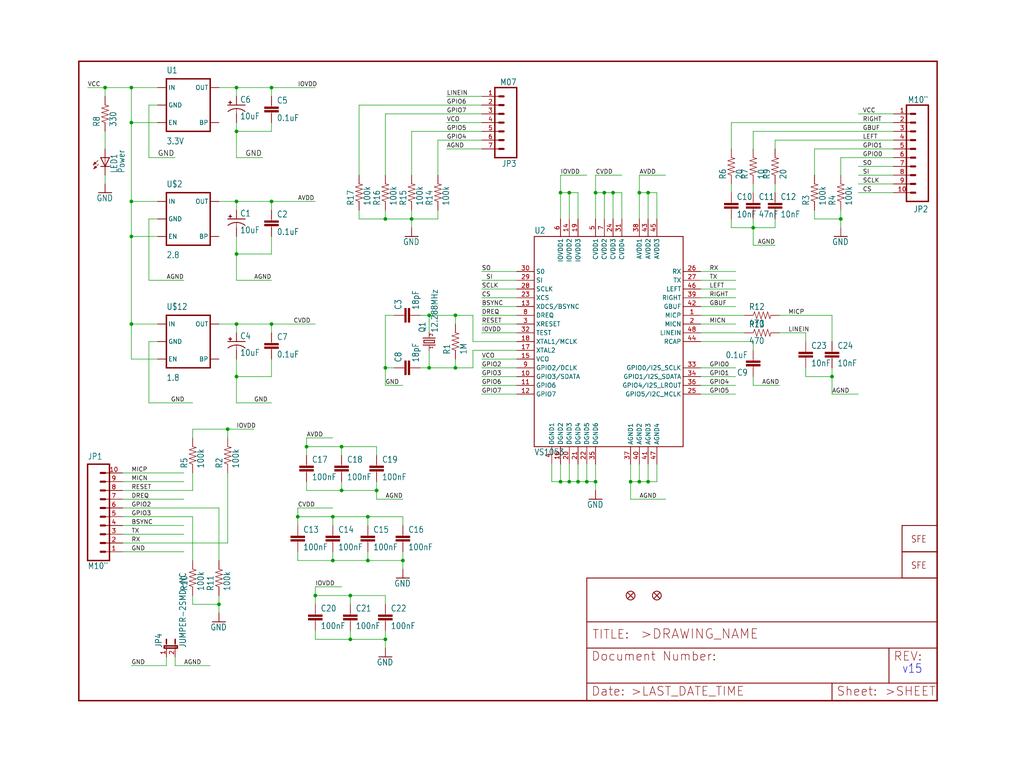
<source format=kicad_sch>
(kicad_sch (version 20211123) (generator eeschema)
  (paper "User" 297.002 223.926)
  (lib_symbols
    (symbol "eagleSchem-eagle-import:CAP0402-CAP"
      (property "Reference" "C" (at 1.524 2.921 0))
      (property "Value" "CAP0402-CAP" (at 1.524 -2.159 0))
      (symbol "CAP0402-CAP_1_0"
        (pin passive line (at 0 5.08 270) (length 2.54) (name "1") (number "1"))
        (pin passive line (at 0 -2.54 90) (length 2.54) (name "2") (number "2"))
      )
    )
    (symbol "eagleSchem-eagle-import:CAP_POL1206"
      (property "Reference" "C" (at 1.016 0.635 0))
      (property "Value" "CAP_POL1206" (at 1.016 -4.191 0))
      (symbol "CAP_POL1206_1_0"
        (pin passive line (at 0 2.54 270) (length 2.54) (name "+") (number "A"))
        (pin passive line (at 0 -5.08 90) (length 2.54) (name "-") (number "C"))
      )
    )
    (symbol "eagleSchem-eagle-import:CRYSTAL5X3"
      (property "Reference" "Y" (at 2.54 1.016 0))
      (property "Value" "CRYSTAL5X3" (at 2.54 -2.54 0))
      (symbol "CRYSTAL5X3_1_0"
        (text "1" (at -2.159 -1.143 0) (effects (font (size 0.8636 0.734)) (justify left bottom)))
        (text "2" (at 1.524 -1.143 0) (effects (font (size 0.8636 0.734)) (justify left bottom)))
        (pin passive line (at -2.54 0 0) (length 0) (name "1") (number "1"))
        (pin passive line (at 2.54 0 180) (length 0) (name "2") (number "3"))
      )
    )
    (symbol "eagleSchem-eagle-import:FIDUCIAL1X2")
    (symbol "eagleSchem-eagle-import:FRAME-LETTER"
      (symbol "FRAME-LETTER_2_0"
        (text ">DRAWING_NAME" (at 15.494 17.78 0) (effects (font (size 2.7432 2.7432)) (justify left bottom)))
        (text ">LAST_DATE_TIME" (at 12.7 1.27 0) (effects (font (size 2.54 2.54)) (justify left bottom)))
        (text ">SHEET" (at 86.36 1.27 0) (effects (font (size 2.54 2.54)) (justify left bottom)))
        (text "Date:" (at 1.27 1.27 0) (effects (font (size 2.54 2.54)) (justify left bottom)))
        (text "Document Number:" (at 1.27 11.43 0) (effects (font (size 2.54 2.54)) (justify left bottom)))
        (text "REV:" (at 88.9 11.43 0) (effects (font (size 2.54 2.54)) (justify left bottom)))
        (text "Sheet:" (at 72.39 1.27 0) (effects (font (size 2.54 2.54)) (justify left bottom)))
        (text "TITLE:" (at 1.524 17.78 0) (effects (font (size 2.54 2.54)) (justify left bottom)))
      )
    )
    (symbol "eagleSchem-eagle-import:GND" (power)
      (property "Value" "GND" (at -2.54 -2.54 0))
      (symbol "GND_1_0"
        (pin power_in line (at 0 2.54 270) (length 2.54) (name "GND") (number "1"))
      )
    )
    (symbol "eagleSchem-eagle-import:JUMPER-2SMD-NC"
      (property "Reference" "JP" (at -1.27 0 90))
      (property "Value" "JUMPER-2SMD-NC" (at 5.715 0 90))
      (symbol "JUMPER-2SMD-NC_1_0"
        (pin passive line (at 0 -2.54 90) (length 2.54) (name "1") (number "1"))
        (pin passive line (at 2.54 -2.54 90) (length 2.54) (name "2") (number "2"))
      )
    )
    (symbol "eagleSchem-eagle-import:LED0603"
      (property "Reference" "LED" (at 3.556 -4.572 90))
      (property "Value" "LED0603" (at 5.715 -4.572 90))
      (symbol "LED0603_1_0"
        (pin passive line (at 0 2.54 270) (length 2.54) (name "A") (number "A"))
        (pin passive line (at 0 -5.08 90) (length 2.54) (name "C") (number "C"))
      )
    )
    (symbol "eagleSchem-eagle-import:LOGO-SFENEW"
      (symbol "LOGO-SFENEW_1_0"
        (text "SFE" (at 0 0 0) (effects (font (size 1.9304 1.6408)) (justify left bottom)))
      )
    )
    (symbol "eagleSchem-eagle-import:LOGO-SFESK"
      (symbol "LOGO-SFESK_1_0"
        (text "SFE" (at 0 0 0) (effects (font (size 1.9304 1.6408)) (justify left bottom)))
      )
    )
    (symbol "eagleSchem-eagle-import:M07"
      (property "Reference" "JP" (at -5.08 13.462 0))
      (property "Value" "M07" (at -5.08 -10.16 0))
      (symbol "M07_1_0"
        (pin passive line (at 5.08 -5.08 180) (length 5.08) (name "1") (number "1"))
        (pin passive line (at 5.08 -2.54 180) (length 5.08) (name "2") (number "2"))
        (pin passive line (at 5.08 0 180) (length 5.08) (name "3") (number "3"))
        (pin passive line (at 5.08 2.54 180) (length 5.08) (name "4") (number "4"))
        (pin passive line (at 5.08 5.08 180) (length 5.08) (name "5") (number "5"))
        (pin passive line (at 5.08 7.62 180) (length 5.08) (name "6") (number "6"))
        (pin passive line (at 5.08 10.16 180) (length 5.08) (name "7") (number "7"))
      )
    )
    (symbol "eagleSchem-eagle-import:M10{dblquote}"
      (property "Reference" "JP" (at 0 8.89 0))
      (property "Value" "M10{dblquote}" (at 0 -22.86 0))
      (symbol "M10{dblquote}_1_0"
        (pin passive line (at 10.16 -17.78 180) (length 5.08) (name "1") (number "1"))
        (pin passive line (at 10.16 5.08 180) (length 5.08) (name "10") (number "10"))
        (pin passive line (at 10.16 -15.24 180) (length 5.08) (name "2") (number "2"))
        (pin passive line (at 10.16 -12.7 180) (length 5.08) (name "3") (number "3"))
        (pin passive line (at 10.16 -10.16 180) (length 5.08) (name "4") (number "4"))
        (pin passive line (at 10.16 -7.62 180) (length 5.08) (name "5") (number "5"))
        (pin passive line (at 10.16 -5.08 180) (length 5.08) (name "6") (number "6"))
        (pin passive line (at 10.16 -2.54 180) (length 5.08) (name "7") (number "7"))
        (pin passive line (at 10.16 0 180) (length 5.08) (name "8") (number "8"))
        (pin passive line (at 10.16 2.54 180) (length 5.08) (name "9") (number "9"))
      )
    )
    (symbol "eagleSchem-eagle-import:RESISTOR0402-RES"
      (property "Reference" "R" (at -3.81 1.4986 0))
      (property "Value" "RESISTOR0402-RES" (at -3.81 -3.302 0))
      (symbol "RESISTOR0402-RES_1_0"
        (pin passive line (at -5.08 0 0) (length 2.54) (name "1") (number "1"))
        (pin passive line (at 5.08 0 180) (length 2.54) (name "2") (number "2"))
      )
    )
    (symbol "eagleSchem-eagle-import:VS1033"
      (property "Reference" "U" (at 0 61.722 0))
      (property "Value" "VS1033" (at 0 -2.54 0))
      (symbol "VS1033_1_0"
        (pin bidirectional line (at 48.26 38.1 180) (length 5.08) (name "MICP") (number "1"))
        (pin bidirectional line (at -5.08 20.32 0) (length 5.08) (name "GPIO3/SDATA") (number "10"))
        (pin bidirectional line (at -5.08 17.78 0) (length 5.08) (name "GPIO6") (number "11"))
        (pin bidirectional line (at -5.08 15.24 0) (length 5.08) (name "GPIO7") (number "12"))
        (pin bidirectional line (at -5.08 40.64 0) (length 5.08) (name "XDCS/BSYNC") (number "13"))
        (pin bidirectional line (at 10.16 66.04 270) (length 5.08) (name "IOVDD2") (number "14"))
        (pin bidirectional line (at -5.08 25.4 0) (length 5.08) (name "VCO") (number "15"))
        (pin bidirectional line (at 7.62 -5.08 90) (length 5.08) (name "DGND2") (number "16"))
        (pin bidirectional line (at -5.08 27.94 0) (length 5.08) (name "XTAL2") (number "17"))
        (pin bidirectional line (at -5.08 30.48 0) (length 5.08) (name "XTAL1/MCLK") (number "18"))
        (pin bidirectional line (at 12.7 66.04 270) (length 5.08) (name "IOVDD3") (number "19"))
        (pin bidirectional line (at 48.26 35.56 180) (length 5.08) (name "MICN") (number "2"))
        (pin bidirectional line (at 10.16 -5.08 90) (length 5.08) (name "DGND3") (number "20"))
        (pin bidirectional line (at 12.7 -5.08 90) (length 5.08) (name "DGND4") (number "21"))
        (pin bidirectional line (at 15.24 -5.08 90) (length 5.08) (name "DGND5") (number "22"))
        (pin bidirectional line (at -5.08 43.18 0) (length 5.08) (name "XCS") (number "23"))
        (pin bidirectional line (at 22.86 66.04 270) (length 5.08) (name "CVDD3") (number "24"))
        (pin bidirectional line (at 48.26 15.24 180) (length 5.08) (name "GPIO5/I2C_MCLK") (number "25"))
        (pin bidirectional line (at 48.26 50.8 180) (length 5.08) (name "RX") (number "26"))
        (pin bidirectional line (at 48.26 48.26 180) (length 5.08) (name "TX") (number "27"))
        (pin bidirectional line (at -5.08 45.72 0) (length 5.08) (name "SCLK") (number "28"))
        (pin bidirectional line (at -5.08 48.26 0) (length 5.08) (name "SI") (number "29"))
        (pin bidirectional line (at -5.08 35.56 0) (length 5.08) (name "XRESET") (number "3"))
        (pin bidirectional line (at -5.08 50.8 0) (length 5.08) (name "S0") (number "30"))
        (pin bidirectional line (at 25.4 66.04 270) (length 5.08) (name "CVDD4") (number "31"))
        (pin bidirectional line (at -5.08 33.02 0) (length 5.08) (name "TEST") (number "32"))
        (pin bidirectional line (at 48.26 22.86 180) (length 5.08) (name "GPIO0/I2S_SCLK") (number "33"))
        (pin bidirectional line (at 48.26 20.32 180) (length 5.08) (name "GPIO1/I2S_SDATA") (number "34"))
        (pin bidirectional line (at 17.78 -5.08 90) (length 5.08) (name "DGND6") (number "35"))
        (pin bidirectional line (at 48.26 17.78 180) (length 5.08) (name "GPIO4/I2S_LROUT") (number "36"))
        (pin bidirectional line (at 27.94 -5.08 90) (length 5.08) (name "AGND1") (number "37"))
        (pin bidirectional line (at 30.48 66.04 270) (length 5.08) (name "AVDD1") (number "38"))
        (pin bidirectional line (at 48.26 43.18 180) (length 5.08) (name "RIGHT") (number "39"))
        (pin bidirectional line (at 5.08 -5.08 90) (length 5.08) (name "DGND1") (number "4"))
        (pin bidirectional line (at 30.48 -5.08 90) (length 5.08) (name "AGND2") (number "40"))
        (pin bidirectional line (at 33.02 -5.08 90) (length 5.08) (name "AGND3") (number "41"))
        (pin bidirectional line (at 48.26 40.64 180) (length 5.08) (name "GBUF") (number "42"))
        (pin bidirectional line (at 33.02 66.04 270) (length 5.08) (name "AVDD2") (number "43"))
        (pin bidirectional line (at 48.26 30.48 180) (length 5.08) (name "RCAP") (number "44"))
        (pin bidirectional line (at 35.56 66.04 270) (length 5.08) (name "AVDD3") (number "45"))
        (pin bidirectional line (at 48.26 45.72 180) (length 5.08) (name "LEFT") (number "46"))
        (pin bidirectional line (at 35.56 -5.08 90) (length 5.08) (name "AGND4") (number "47"))
        (pin bidirectional line (at 48.26 33.02 180) (length 5.08) (name "LINEIN") (number "48"))
        (pin bidirectional line (at 17.78 66.04 270) (length 5.08) (name "CVDD1") (number "5"))
        (pin bidirectional line (at 7.62 66.04 270) (length 5.08) (name "IOVDD1") (number "6"))
        (pin bidirectional line (at 20.32 66.04 270) (length 5.08) (name "CVDD2") (number "7"))
        (pin bidirectional line (at -5.08 38.1 0) (length 5.08) (name "DREQ") (number "8"))
        (pin bidirectional line (at -5.08 22.86 0) (length 5.08) (name "GPIO2/DCLK") (number "9"))
      )
    )
    (symbol "eagleSchem-eagle-import:V_REG_LDOSMD"
      (property "Reference" "U" (at -7.62 9.144 0))
      (property "Value" "V_REG_LDOSMD" (at -7.62 -11.43 0))
      (symbol "V_REG_LDOSMD_1_0"
        (pin input line (at -10.16 5.08 0) (length 2.54) (name "IN") (number "1"))
        (pin input line (at -10.16 0 0) (length 2.54) (name "GND") (number "2"))
        (pin input line (at -10.16 -5.08 0) (length 2.54) (name "EN") (number "3"))
        (pin input line (at 7.62 -5.08 180) (length 2.54) (name "BP") (number "4"))
        (pin passive line (at 7.62 5.08 180) (length 2.54) (name "OUT") (number "5"))
      )
    )
    (symbol "eagleSchem-eagle-import:V_REG_LDOSMD2"
      (property "Reference" "U" (at -7.62 9.144 0))
      (property "Value" "V_REG_LDOSMD2" (at -7.62 -11.43 0))
      (symbol "V_REG_LDOSMD2_1_0"
        (pin input line (at -10.16 5.08 0) (length 2.54) (name "IN") (number "1"))
        (pin input line (at -10.16 0 0) (length 2.54) (name "GND") (number "2"))
        (pin input line (at -10.16 -5.08 0) (length 2.54) (name "EN") (number "3"))
        (pin input line (at 7.62 -5.08 180) (length 2.54) (name "BP") (number "4"))
        (pin passive line (at 7.62 5.08 180) (length 2.54) (name "OUT") (number "5"))
      )
    )
  )
  (junction (at 162.56 139.7))
  (junction (at 68.58 58.42))
  (junction (at 96.52 149.86))
  (junction (at 63.5 175.26))
  (junction (at 119.38 63.5))
  (junction (at 30.48 25.4))
  (junction (at 78.74 25.4))
  (junction (at 99.06 142.24))
  (junction (at 165.1 139.7))
  (junction (at 68.58 25.4))
  (junction (at 185.42 139.7))
  (junction (at 132.08 106.68))
  (junction (at 187.96 139.7))
  (junction (at 218.44 66.04))
  (junction (at 175.26 55.88))
  (junction (at 66.04 124.46))
  (junction (at 68.58 38.1))
  (junction (at 162.56 55.88))
  (junction (at 243.84 63.5))
  (junction (at 111.76 106.68))
  (junction (at 68.58 73.66))
  (junction (at 182.88 139.7))
  (junction (at 124.46 91.44))
  (junction (at 68.58 93.98))
  (junction (at 187.96 55.88))
  (junction (at 185.42 55.88))
  (junction (at 132.08 91.44))
  (junction (at 165.1 55.88))
  (junction (at 106.68 162.56))
  (junction (at 38.1 58.42))
  (junction (at 109.22 142.24))
  (junction (at 91.44 172.72))
  (junction (at 111.76 185.42))
  (junction (at 111.76 63.5))
  (junction (at 86.36 149.86))
  (junction (at 38.1 35.56))
  (junction (at 106.68 149.86))
  (junction (at 172.72 139.7))
  (junction (at 241.3 109.22))
  (junction (at 116.84 162.56))
  (junction (at 170.18 139.7))
  (junction (at 68.58 109.22))
  (junction (at 78.74 58.42))
  (junction (at 38.1 68.58))
  (junction (at 99.06 129.54))
  (junction (at 124.46 106.68))
  (junction (at 177.8 55.88))
  (junction (at 101.6 172.72))
  (junction (at 38.1 93.98))
  (junction (at 78.74 93.98))
  (junction (at 38.1 25.4))
  (junction (at 172.72 55.88))
  (junction (at 167.64 139.7))
  (junction (at 88.9 129.54))
  (junction (at 96.52 162.56))
  (junction (at 101.6 185.42))
  (wire (pts (xy 78.74 68.58) (xy 78.74 73.66)))
  (wire (pts (xy 241.3 114.3) (xy 241.3 109.22)))
  (wire (pts (xy 124.46 96.52) (xy 124.46 91.44)))
  (wire (pts (xy 243.84 45.72) (xy 259.08 45.72)))
  (wire (pts (xy 180.34 63.5) (xy 180.34 55.88)))
  (wire (pts (xy 111.76 106.68) (xy 114.3 106.68)))
  (wire (pts (xy 101.6 175.26) (xy 101.6 172.72)))
  (wire (pts (xy 185.42 50.8) (xy 193.04 50.8)))
  (wire (pts (xy 233.68 96.52) (xy 233.68 99.06)))
  (wire (pts (xy 203.2 114.3) (xy 213.36 114.3)))
  (wire (pts (xy 35.56 152.4) (xy 53.34 152.4)))
  (wire (pts (xy 111.76 33.02) (xy 139.7 33.02)))
  (wire (pts (xy 162.56 55.88) (xy 162.56 50.8)))
  (wire (pts (xy 111.76 185.42) (xy 111.76 182.88)))
  (wire (pts (xy 106.68 162.56) (xy 106.68 160.02)))
  (wire (pts (xy 137.16 101.6) (xy 137.16 106.68)))
  (wire (pts (xy 86.36 162.56) (xy 96.52 162.56)))
  (wire (pts (xy 172.72 50.8) (xy 180.34 50.8)))
  (wire (pts (xy 66.04 127) (xy 66.04 124.46)))
  (wire (pts (xy 55.88 172.72) (xy 55.88 175.26)))
  (wire (pts (xy 187.96 63.5) (xy 187.96 55.88)))
  (wire (pts (xy 170.18 134.62) (xy 170.18 139.7)))
  (wire (pts (xy 63.5 175.26) (xy 63.5 177.8)))
  (wire (pts (xy 215.9 96.52) (xy 203.2 96.52)))
  (wire (pts (xy 91.44 182.88) (xy 91.44 185.42)))
  (wire (pts (xy 48.26 193.04) (xy 38.1 193.04)))
  (wire (pts (xy 35.56 139.7) (xy 53.34 139.7)))
  (wire (pts (xy 43.18 99.06) (xy 43.18 116.84)))
  (wire (pts (xy 127 40.64) (xy 127 50.8)))
  (wire (pts (xy 68.58 116.84) (xy 78.74 116.84)))
  (wire (pts (xy 38.1 25.4) (xy 30.48 25.4)))
  (wire (pts (xy 45.72 99.06) (xy 43.18 99.06)))
  (wire (pts (xy 38.1 35.56) (xy 38.1 25.4)))
  (wire (pts (xy 101.6 172.72) (xy 111.76 172.72)))
  (wire (pts (xy 203.2 86.36) (xy 213.36 86.36)))
  (wire (pts (xy 149.86 78.74) (xy 139.7 78.74)))
  (wire (pts (xy 35.56 154.94) (xy 53.34 154.94)))
  (wire (pts (xy 175.26 63.5) (xy 175.26 55.88)))
  (wire (pts (xy 35.56 160.02) (xy 53.34 160.02)))
  (wire (pts (xy 35.56 144.78) (xy 53.34 144.78)))
  (wire (pts (xy 149.86 88.9) (xy 139.7 88.9)))
  (wire (pts (xy 212.09 43.18) (xy 212.09 35.56)))
  (wire (pts (xy 165.1 139.7) (xy 167.64 139.7)))
  (wire (pts (xy 63.5 58.42) (xy 68.58 58.42)))
  (wire (pts (xy 182.88 144.78) (xy 193.04 144.78)))
  (wire (pts (xy 55.88 124.46) (xy 66.04 124.46)))
  (wire (pts (xy 149.86 96.52) (xy 139.7 96.52)))
  (wire (pts (xy 99.06 142.24) (xy 99.06 139.7)))
  (wire (pts (xy 91.44 172.72) (xy 101.6 172.72)))
  (wire (pts (xy 63.5 172.72) (xy 63.5 175.26)))
  (wire (pts (xy 35.56 157.48) (xy 66.04 157.48)))
  (wire (pts (xy 38.1 35.56) (xy 38.1 58.42)))
  (wire (pts (xy 212.09 35.56) (xy 259.08 35.56)))
  (wire (pts (xy 132.08 106.68) (xy 124.46 106.68)))
  (wire (pts (xy 116.84 152.4) (xy 116.84 149.86)))
  (wire (pts (xy 212.09 66.04) (xy 212.09 63.5)))
  (wire (pts (xy 162.56 139.7) (xy 165.1 139.7)))
  (wire (pts (xy 132.08 104.14) (xy 132.08 106.68)))
  (wire (pts (xy 86.36 149.86) (xy 86.36 152.4)))
  (wire (pts (xy 116.84 162.56) (xy 116.84 160.02)))
  (wire (pts (xy 35.56 137.16) (xy 53.34 137.16)))
  (wire (pts (xy 88.9 129.54) (xy 99.06 129.54)))
  (wire (pts (xy 190.5 55.88) (xy 190.5 63.5)))
  (wire (pts (xy 172.72 55.88) (xy 172.72 63.5)))
  (wire (pts (xy 68.58 68.58) (xy 68.58 73.66)))
  (wire (pts (xy 236.22 60.96) (xy 236.22 63.5)))
  (wire (pts (xy 180.34 55.88) (xy 177.8 55.88)))
  (wire (pts (xy 78.74 60.96) (xy 78.74 58.42)))
  (wire (pts (xy 68.58 96.52) (xy 68.58 93.98)))
  (wire (pts (xy 88.9 132.08) (xy 88.9 129.54)))
  (wire (pts (xy 121.92 91.44) (xy 124.46 91.44)))
  (wire (pts (xy 38.1 68.58) (xy 45.72 68.58)))
  (wire (pts (xy 30.48 25.4) (xy 25.4 25.4)))
  (wire (pts (xy 63.5 93.98) (xy 68.58 93.98)))
  (wire (pts (xy 109.22 129.54) (xy 109.22 132.08)))
  (wire (pts (xy 86.36 160.02) (xy 86.36 162.56)))
  (wire (pts (xy 226.06 96.52) (xy 233.68 96.52)))
  (wire (pts (xy 35.56 147.32) (xy 63.5 147.32)))
  (wire (pts (xy 119.38 63.5) (xy 127 63.5)))
  (wire (pts (xy 99.06 142.24) (xy 109.22 142.24)))
  (wire (pts (xy 218.44 99.06) (xy 218.44 101.6)))
  (wire (pts (xy 48.26 190.5) (xy 48.26 193.04)))
  (wire (pts (xy 91.44 170.18) (xy 99.06 170.18)))
  (wire (pts (xy 172.72 142.24) (xy 172.72 139.7)))
  (wire (pts (xy 185.42 55.88) (xy 185.42 50.8)))
  (wire (pts (xy 218.44 66.04) (xy 218.44 71.12)))
  (wire (pts (xy 259.08 33.02) (xy 248.92 33.02)))
  (wire (pts (xy 116.84 149.86) (xy 106.68 149.86)))
  (wire (pts (xy 187.96 139.7) (xy 190.5 139.7)))
  (wire (pts (xy 63.5 25.4) (xy 68.58 25.4)))
  (wire (pts (xy 139.7 27.94) (xy 129.54 27.94)))
  (wire (pts (xy 68.58 25.4) (xy 78.74 25.4)))
  (wire (pts (xy 68.58 109.22) (xy 78.74 109.22)))
  (wire (pts (xy 137.16 99.06) (xy 149.86 99.06)))
  (wire (pts (xy 106.68 149.86) (xy 96.52 149.86)))
  (wire (pts (xy 111.76 111.76) (xy 116.84 111.76)))
  (wire (pts (xy 218.44 71.12) (xy 224.79 71.12)))
  (wire (pts (xy 96.52 149.86) (xy 86.36 149.86)))
  (wire (pts (xy 137.16 91.44) (xy 137.16 99.06)))
  (wire (pts (xy 149.86 111.76) (xy 139.7 111.76)))
  (wire (pts (xy 233.68 109.22) (xy 233.68 106.68)))
  (wire (pts (xy 165.1 55.88) (xy 162.56 55.88)))
  (wire (pts (xy 203.2 88.9) (xy 213.36 88.9)))
  (wire (pts (xy 68.58 60.96) (xy 68.58 58.42)))
  (wire (pts (xy 127 63.5) (xy 127 60.96)))
  (wire (pts (xy 111.76 91.44) (xy 111.76 106.68)))
  (wire (pts (xy 182.88 139.7) (xy 185.42 139.7)))
  (wire (pts (xy 124.46 91.44) (xy 132.08 91.44)))
  (wire (pts (xy 259.08 53.34) (xy 248.92 53.34)))
  (wire (pts (xy 101.6 182.88) (xy 101.6 185.42)))
  (wire (pts (xy 185.42 139.7) (xy 187.96 139.7)))
  (wire (pts (xy 78.74 27.94) (xy 78.74 25.4)))
  (wire (pts (xy 55.88 175.26) (xy 63.5 175.26)))
  (wire (pts (xy 101.6 185.42) (xy 111.76 185.42)))
  (wire (pts (xy 68.58 109.22) (xy 68.58 116.84)))
  (wire (pts (xy 30.48 25.4) (xy 30.48 27.94)))
  (wire (pts (xy 149.86 86.36) (xy 139.7 86.36)))
  (wire (pts (xy 259.08 55.88) (xy 248.92 55.88)))
  (wire (pts (xy 68.58 45.72) (xy 76.2 45.72)))
  (wire (pts (xy 104.14 60.96) (xy 104.14 63.5)))
  (wire (pts (xy 132.08 91.44) (xy 137.16 91.44)))
  (wire (pts (xy 99.06 129.54) (xy 109.22 129.54)))
  (wire (pts (xy 185.42 63.5) (xy 185.42 55.88)))
  (wire (pts (xy 111.76 63.5) (xy 119.38 63.5)))
  (wire (pts (xy 45.72 30.48) (xy 43.18 30.48)))
  (wire (pts (xy 104.14 63.5) (xy 111.76 63.5)))
  (wire (pts (xy 149.86 83.82) (xy 139.7 83.82)))
  (wire (pts (xy 218.44 66.04) (xy 212.09 66.04)))
  (wire (pts (xy 243.84 63.5) (xy 243.84 66.04)))
  (wire (pts (xy 218.44 109.22) (xy 218.44 111.76)))
  (wire (pts (xy 149.86 81.28) (xy 139.7 81.28)))
  (wire (pts (xy 160.02 134.62) (xy 160.02 139.7)))
  (wire (pts (xy 30.48 43.18) (xy 30.48 38.1)))
  (wire (pts (xy 167.64 139.7) (xy 170.18 139.7)))
  (wire (pts (xy 203.2 83.82) (xy 213.36 83.82)))
  (wire (pts (xy 203.2 78.74) (xy 213.36 78.74)))
  (wire (pts (xy 224.79 66.04) (xy 218.44 66.04)))
  (wire (pts (xy 88.9 127) (xy 96.52 127)))
  (wire (pts (xy 119.38 63.5) (xy 119.38 66.04)))
  (wire (pts (xy 177.8 55.88) (xy 175.26 55.88)))
  (wire (pts (xy 236.22 63.5) (xy 243.84 63.5)))
  (wire (pts (xy 88.9 129.54) (xy 88.9 127)))
  (wire (pts (xy 241.3 109.22) (xy 241.3 106.68)))
  (wire (pts (xy 111.76 33.02) (xy 111.76 50.8)))
  (wire (pts (xy 55.88 149.86) (xy 55.88 162.56)))
  (wire (pts (xy 218.44 38.1) (xy 218.44 43.18)))
  (wire (pts (xy 68.58 81.28) (xy 78.74 81.28)))
  (wire (pts (xy 38.1 104.14) (xy 38.1 93.98)))
  (wire (pts (xy 139.7 35.56) (xy 129.54 35.56)))
  (wire (pts (xy 149.86 101.6) (xy 137.16 101.6)))
  (wire (pts (xy 91.44 175.26) (xy 91.44 172.72)))
  (wire (pts (xy 203.2 81.28) (xy 213.36 81.28)))
  (wire (pts (xy 182.88 134.62) (xy 182.88 139.7)))
  (wire (pts (xy 78.74 58.42) (xy 91.44 58.42)))
  (wire (pts (xy 175.26 55.88) (xy 172.72 55.88)))
  (wire (pts (xy 124.46 106.68) (xy 121.92 106.68)))
  (wire (pts (xy 66.04 157.48) (xy 66.04 137.16)))
  (wire (pts (xy 106.68 162.56) (xy 116.84 162.56)))
  (wire (pts (xy 78.74 96.52) (xy 78.74 93.98)))
  (wire (pts (xy 224.79 40.64) (xy 259.08 40.64)))
  (wire (pts (xy 167.64 55.88) (xy 165.1 55.88)))
  (wire (pts (xy 185.42 134.62) (xy 185.42 139.7)))
  (wire (pts (xy 149.86 93.98) (xy 139.7 93.98)))
  (wire (pts (xy 137.16 106.68) (xy 132.08 106.68)))
  (wire (pts (xy 218.44 111.76) (xy 226.06 111.76)))
  (wire (pts (xy 203.2 99.06) (xy 218.44 99.06)))
  (wire (pts (xy 241.3 109.22) (xy 233.68 109.22)))
  (wire (pts (xy 124.46 101.6) (xy 124.46 106.68)))
  (wire (pts (xy 50.8 190.5) (xy 50.8 193.04)))
  (wire (pts (xy 45.72 63.5) (xy 43.18 63.5)))
  (wire (pts (xy 224.79 53.34) (xy 224.79 55.88)))
  (wire (pts (xy 218.44 53.34) (xy 218.44 55.88)))
  (wire (pts (xy 78.74 25.4) (xy 91.44 25.4)))
  (wire (pts (xy 68.58 104.14) (xy 68.58 109.22)))
  (wire (pts (xy 132.08 93.98) (xy 132.08 91.44)))
  (wire (pts (xy 149.86 91.44) (xy 139.7 91.44)))
  (wire (pts (xy 119.38 63.5) (xy 119.38 60.96)))
  (wire (pts (xy 203.2 106.68) (xy 213.36 106.68)))
  (wire (pts (xy 259.08 48.26) (xy 248.92 48.26)))
  (wire (pts (xy 187.96 55.88) (xy 190.5 55.88)))
  (wire (pts (xy 35.56 149.86) (xy 55.88 149.86)))
  (wire (pts (xy 43.18 30.48) (xy 43.18 45.72)))
  (wire (pts (xy 35.56 142.24) (xy 55.88 142.24)))
  (wire (pts (xy 91.44 172.72) (xy 91.44 170.18)))
  (wire (pts (xy 187.96 134.62) (xy 187.96 139.7)))
  (wire (pts (xy 86.36 147.32) (xy 96.52 147.32)))
  (wire (pts (xy 45.72 104.14) (xy 38.1 104.14)))
  (wire (pts (xy 162.56 134.62) (xy 162.56 139.7)))
  (wire (pts (xy 149.86 106.68) (xy 139.7 106.68)))
  (wire (pts (xy 236.22 43.18) (xy 259.08 43.18)))
  (wire (pts (xy 30.48 53.34) (xy 30.48 50.8)))
  (wire (pts (xy 167.64 134.62) (xy 167.64 139.7)))
  (wire (pts (xy 165.1 134.62) (xy 165.1 139.7)))
  (wire (pts (xy 88.9 142.24) (xy 99.06 142.24)))
  (wire (pts (xy 218.44 63.5) (xy 218.44 66.04)))
  (wire (pts (xy 106.68 152.4) (xy 106.68 149.86)))
  (wire (pts (xy 162.56 55.88) (xy 162.56 63.5)))
  (wire (pts (xy 167.64 63.5) (xy 167.64 55.88)))
  (wire (pts (xy 119.38 38.1) (xy 119.38 50.8)))
  (wire (pts (xy 172.72 134.62) (xy 172.72 139.7)))
  (wire (pts (xy 149.86 114.3) (xy 139.7 114.3)))
  (wire (pts (xy 190.5 139.7) (xy 190.5 134.62)))
  (wire (pts (xy 68.58 73.66) (xy 68.58 81.28)))
  (wire (pts (xy 111.76 172.72) (xy 111.76 175.26)))
  (wire (pts (xy 109.22 144.78) (xy 109.22 142.24)))
  (wire (pts (xy 116.84 165.1) (xy 116.84 162.56)))
  (wire (pts (xy 114.3 91.44) (xy 111.76 91.44)))
  (wire (pts (xy 45.72 35.56) (xy 38.1 35.56)))
  (wire (pts (xy 78.74 73.66) (xy 68.58 73.66)))
  (wire (pts (xy 165.1 63.5) (xy 165.1 55.88)))
  (wire (pts (xy 111.76 63.5) (xy 111.76 60.96)))
  (wire (pts (xy 241.3 91.44) (xy 226.06 91.44)))
  (wire (pts (xy 78.74 109.22) (xy 78.74 104.14)))
  (wire (pts (xy 43.18 116.84) (xy 55.88 116.84)))
  (wire (pts (xy 203.2 93.98) (xy 213.36 93.98)))
  (wire (pts (xy 55.88 127) (xy 55.88 124.46)))
  (wire (pts (xy 91.44 185.42) (xy 101.6 185.42)))
  (wire (pts (xy 149.86 109.22) (xy 139.7 109.22)))
  (wire (pts (xy 111.76 187.96) (xy 111.76 185.42)))
  (wire (pts (xy 127 40.64) (xy 139.7 40.64)))
  (wire (pts (xy 111.76 106.68) (xy 111.76 111.76)))
  (wire (pts (xy 45.72 93.98) (xy 38.1 93.98)))
  (wire (pts (xy 203.2 109.22) (xy 213.36 109.22)))
  (wire (pts (xy 203.2 111.76) (xy 213.36 111.76)))
  (wire (pts (xy 215.9 91.44) (xy 203.2 91.44)))
  (wire (pts (xy 109.22 142.24) (xy 109.22 139.7)))
  (wire (pts (xy 259.08 50.8) (xy 248.92 50.8)))
  (wire (pts (xy 63.5 147.32) (xy 63.5 162.56)))
  (wire (pts (xy 38.1 58.42) (xy 38.1 68.58)))
  (wire (pts (xy 38.1 58.42) (xy 45.72 58.42)))
  (wire (pts (xy 99.06 132.08) (xy 99.06 129.54)))
  (wire (pts (xy 177.8 63.5) (xy 177.8 55.88)))
  (wire (pts (xy 149.86 104.14) (xy 139.7 104.14)))
  (wire (pts (xy 68.58 35.56) (xy 68.58 38.1)))
  (wire (pts (xy 96.52 152.4) (xy 96.52 149.86)))
  (wire (pts (xy 38.1 25.4) (xy 45.72 25.4)))
  (wire (pts (xy 170.18 139.7) (xy 172.72 139.7)))
  (wire (pts (xy 68.58 58.42) (xy 78.74 58.42)))
  (wire (pts (xy 104.14 30.48) (xy 104.14 50.8)))
  (wire (pts (xy 104.14 30.48) (xy 139.7 30.48)))
  (wire (pts (xy 243.84 45.72) (xy 243.84 50.8)))
  (wire (pts (xy 224.79 63.5) (xy 224.79 66.04)))
  (wire (pts (xy 241.3 114.3) (xy 248.92 114.3)))
  (wire (pts (xy 172.72 55.88) (xy 172.72 50.8)))
  (wire (pts (xy 182.88 139.7) (xy 182.88 144.78)))
  (wire (pts (xy 88.9 139.7) (xy 88.9 142.24)))
  (wire (pts (xy 50.8 193.04) (xy 60.96 193.04)))
  (wire (pts (xy 243.84 60.96) (xy 243.84 63.5)))
  (wire (pts (xy 236.22 43.18) (xy 236.22 50.8)))
  (wire (pts (xy 212.09 53.34) (xy 212.09 55.88)))
  (wire (pts (xy 160.02 139.7) (xy 162.56 139.7)))
  (wire (pts (xy 55.88 142.24) (xy 55.88 137.16)))
  (wire (pts (xy 86.36 149.86) (xy 86.36 147.32)))
  (wire (pts (xy 78.74 38.1) (xy 68.58 38.1)))
  (wire (pts (xy 119.38 38.1) (xy 139.7 38.1)))
  (wire (pts (xy 78.74 35.56) (xy 78.74 38.1)))
  (wire (pts (xy 66.04 124.46) (xy 73.66 124.46)))
  (wire (pts (xy 96.52 162.56) (xy 96.52 160.02)))
  (wire (pts (xy 241.3 91.44) (xy 241.3 99.06)))
  (wire (pts (xy 38.1 93.98) (xy 38.1 68.58)))
  (wire (pts (xy 68.58 27.94) (xy 68.58 25.4)))
  (wire (pts (xy 109.22 144.78) (xy 116.84 144.78)))
  (wire (pts (xy 43.18 45.72) (xy 50.8 45.72)))
  (wire (pts (xy 68.58 38.1) (xy 68.58 45.72)))
  (wire (pts (xy 259.08 38.1) (xy 218.44 38.1)))
  (wire (pts (xy 185.42 55.88) (xy 187.96 55.88)))
  (wire (pts (xy 78.74 93.98) (xy 91.44 93.98)))
  (wire (pts (xy 96.52 162.56) (xy 106.68 162.56)))
  (wire (pts (xy 162.56 50.8) (xy 170.18 50.8)))
  (wire (pts (xy 129.54 43.18) (xy 139.7 43.18)))
  (wire (pts (xy 43.18 81.28) (xy 53.34 81.28)))
  (wire (pts (xy 43.18 63.5) (xy 43.18 81.28)))
  (wire (pts (xy 224.79 43.18) (xy 224.79 40.64)))
  (wire (pts (xy 68.58 93.98) (xy 78.74 93.98)))
  (text "v15" (at 261.62 195.58 180) (effects (font (size 2.54 2.159)) (justify left bottom)))
  (label "RIGHT" (at 250.19 35.56 0) (effects (font (size 1.2446 1.2446))))
  (label "AVDD" (at 86.36 58.42 0) (effects (font (size 1.2446 1.2446))))
  (label "SI" (at 140.97 81.28 0) (effects (font (size 1.2446 1.2446))))
  (label "LINEIN" (at 129.54 27.94 0) (effects (font (size 1.2446 1.2446))))
  (label "MICP" (at 228.6 91.44 0) (effects (font (size 1.2446 1.2446))))
  (label "MICN" (at 38.1 139.7 0) (effects (font (size 1.2446 1.2446))))
  (label "AGND" (at 53.34 193.04 0) (effects (font (size 1.2446 1.2446))))
  (label "AGND" (at 129.54 43.18 0) (effects (font (size 1.2446 1.2446))))
  (label "GPIO3" (at 139.7 109.22 0) (effects (font (size 1.2446 1.2446))))
  (label "IOVDD" (at 91.44 170.18 0) (effects (font (size 1.2446 1.2446))))
  (label "RX" (at 205.74 78.74 0) (effects (font (size 1.2446 1.2446))))
  (label "VCO" (at 139.7 104.14 0) (effects (font (size 1.2446 1.2446))))
  (label "GPIO0" (at 205.74 106.68 0) (effects (font (size 1.2446 1.2446))))
  (label "GPIO6" (at 129.54 30.48 0) (effects (font (size 1.2446 1.2446))))
  (label "TX" (at 38.1 154.94 0) (effects (font (size 1.2446 1.2446))))
  (label "GPIO2" (at 139.7 106.68 0) (effects (font (size 1.2446 1.2446))))
  (label "RESET" (at 38.1 142.24 0) (effects (font (size 1.2446 1.2446))))
  (label "GPIO6" (at 139.7 111.76 0) (effects (font (size 1.2446 1.2446))))
  (label "GND" (at 38.1 193.04 0) (effects (font (size 1.2446 1.2446))))
  (label "SCLK" (at 250.19 53.34 0) (effects (font (size 1.2446 1.2446))))
  (label "GPIO3" (at 38.1 149.86 0) (effects (font (size 1.2446 1.2446))))
  (label "GPIO2" (at 38.1 147.32 0) (effects (font (size 1.2446 1.2446))))
  (label "AGND" (at 111.76 144.78 0) (effects (font (size 1.2446 1.2446))))
  (label "VCC" (at 250.19 33.02 0) (effects (font (size 1.2446 1.2446))))
  (label "MICP" (at 38.1 137.16 0) (effects (font (size 1.2446 1.2446))))
  (label "GPIO0" (at 250.19 45.72 0) (effects (font (size 1.2446 1.2446))))
  (label "IOVDD" (at 68.58 124.46 0) (effects (font (size 1.2446 1.2446))))
  (label "TX" (at 205.74 81.28 0) (effects (font (size 1.2446 1.2446))))
  (label "CVDD" (at 172.72 50.8 0) (effects (font (size 1.2446 1.2446))))
  (label "IOVDD" (at 162.56 50.8 0) (effects (font (size 1.2446 1.2446))))
  (label "CS" (at 139.7 86.36 0) (effects (font (size 1.2446 1.2446))))
  (label "GPIO1" (at 250.19 43.18 0) (effects (font (size 1.2446 1.2446))))
  (label "GPIO5" (at 129.54 38.1 0) (effects (font (size 1.2446 1.2446))))
  (label "GPIO7" (at 139.7 114.3 0) (effects (font (size 1.2446 1.2446))))
  (label "GPIO5" (at 205.74 114.3 0) (effects (font (size 1.2446 1.2446))))
  (label "RESET" (at 139.7 93.98 0) (effects (font (size 1.2446 1.2446))))
  (label "RIGHT" (at 205.74 86.36 0) (effects (font (size 1.2446 1.2446))))
  (label "VCC" (at 25.4 25.4 0) (effects (font (size 1.2446 1.2446))))
  (label "SI" (at 250.19 50.8 0) (effects (font (size 1.2446 1.2446))))
  (label "GND" (at 49.53 116.84 0) (effects (font (size 1.2446 1.2446))))
  (label "VCO" (at 129.54 35.56 0) (effects (font (size 1.2446 1.2446))))
  (label "AGND" (at 73.66 81.28 0) (effects (font (size 1.2446 1.2446))))
  (label "CVDD" (at 86.36 147.32 0) (effects (font (size 1.2446 1.2446))))
  (label "GND" (at 73.66 116.84 0) (effects (font (size 1.2446 1.2446))))
  (label "LEFT" (at 205.74 83.82 0) (effects (font (size 1.2446 1.2446))))
  (label "GND" (at 38.1 160.02 0) (effects (font (size 1.2446 1.2446))))
  (label "SCLK" (at 139.7 83.82 0) (effects (font (size 1.2446 1.2446))))
  (label "CVDD" (at 85.09 93.98 0) (effects (font (size 1.2446 1.2446))))
  (label "AVDD" (at 88.9 127 0) (effects (font (size 1.2446 1.2446))))
  (label "BSYNC" (at 38.1 152.4 0) (effects (font (size 1.2446 1.2446))))
  (label "IOVDD" (at 139.7 96.52 0) (effects (font (size 1.2446 1.2446))))
  (label "AGND" (at 185.42 144.78 0) (effects (font (size 1.2446 1.2446))))
  (label "CS" (at 250.19 55.88 0) (effects (font (size 1.2446 1.2446))))
  (label "DREQ" (at 38.1 144.78 0) (effects (font (size 1.2446 1.2446))))
  (label "RX" (at 38.1 157.48 0) (effects (font (size 1.2446 1.2446))))
  (label "GBUF" (at 250.19 38.1 0) (effects (font (size 1.2446 1.2446))))
  (label "AGND" (at 219.71 71.12 0) (effects (font (size 1.2446 1.2446))))
  (label "AGND" (at 48.26 81.28 0) (effects (font (size 1.2446 1.2446))))
  (label "DREQ" (at 139.7 91.44 0) (effects (font (size 1.2446 1.2446))))
  (label "AGND" (at 220.98 111.76 0) (effects (font (size 1.2446 1.2446))))
  (label "GPIO4" (at 129.54 40.64 0) (effects (font (size 1.2446 1.2446))))
  (label "AGND" (at 241.3 114.3 0) (effects (font (size 1.2446 1.2446))))
  (label "SO" (at 139.7 78.74 0) (effects (font (size 1.2446 1.2446))))
  (label "GPIO7" (at 129.54 33.02 0) (effects (font (size 1.2446 1.2446))))
  (label "GPIO1" (at 205.74 109.22 0) (effects (font (size 1.2446 1.2446))))
  (label "LEFT" (at 250.19 40.64 0) (effects (font (size 1.2446 1.2446))))
  (label "AVDD" (at 185.42 50.8 0) (effects (font (size 1.2446 1.2446))))
  (label "GBUF" (at 205.74 88.9 0) (effects (font (size 1.2446 1.2446))))
  (label "GND" (at 111.76 111.76 0) (effects (font (size 1.2446 1.2446))))
  (label "BSYNC" (at 139.7 88.9 0) (effects (font (size 1.2446 1.2446))))
  (label "GND" (at 71.12 45.72 0) (effects (font (size 1.5291 1.5291))))
  (label "MICN" (at 205.74 93.98 0) (effects (font (size 1.2446 1.2446))))
  (label "LINEIN" (at 228.6 96.52 0) (effects (font (size 1.2446 1.2446))))
  (label "GND" (at 45.72 45.72 0) (effects (font (size 1.5291 1.5291))))
  (label "GPIO4" (at 205.74 111.76 0) (effects (font (size 1.2446 1.2446))))
  (label "IOVDD" (at 86.36 25.4 0) (effects (font (size 1.2446 1.2446))))
  (label "SO" (at 250.19 48.26 0) (effects (font (size 1.2446 1.2446))))
  (symbol (lib_id "eagleSchem-eagle-import:CAP0402-CAP") (at 119.38 106.68 90) (unit 1)
    (property "Reference" "C8" (at 116.459 105.156 0) (effects (font (size 1.778 1.5113)) (justify left bottom)))
    (property "Value" "18pF" (at 121.539 105.156 0) (effects (font (size 1.778 1.5113)) (justify left bottom)))
    (property "Footprint" "eagleSchem:0402-CAP" (effects hide))
  )
  (symbol (lib_id "eagleSchem-eagle-import:RESISTOR0402-RES") (at 220.98 91.44 0) (unit 1)
    (property "Reference" "R12" (at 217.17 89.9414 0) (effects (font (size 1.778 1.5113)) (justify left bottom)))
    (property "Value" "470" (at 217.17 94.742 0) (effects (font (size 1.778 1.5113)) (justify left bottom)))
    (property "Footprint" "eagleSchem:0402-RES" (effects hide))
  )
  (symbol (lib_id "eagleSchem-eagle-import:GND") (at 111.76 190.5 0) (unit 1)
    (property "Reference" "#GND2" (effects hide))
    (property "Value" "GND" (at 109.22 193.04 0) (effects (font (size 1.778 1.5113)) (justify left bottom)))
    (property "Footprint" "eagleSchem:" (effects hide))
  )
  (symbol (lib_id "eagleSchem-eagle-import:CAP_POL1206") (at 68.58 99.06 0) (unit 1)
    (property "Reference" "C4" (at 69.596 98.425 0) (effects (font (size 1.778 1.5113)) (justify left bottom)))
    (property "Value" "10uF" (at 69.596 103.251 0) (effects (font (size 1.778 1.5113)) (justify left bottom)))
    (property "Footprint" "eagleSchem:EIA3216" (effects hide))
  )
  (symbol (lib_id "eagleSchem-eagle-import:M07") (at 144.78 33.02 180) (unit 1)
    (property "Reference" "JP3" (at 149.86 46.482 0) (effects (font (size 1.778 1.5113)) (justify left bottom)))
    (property "Value" "M07" (at 149.86 22.86 0) (effects (font (size 1.778 1.5113)) (justify left bottom)))
    (property "Footprint" "eagleSchem:1X07" (effects hide))
  )
  (symbol (lib_id "eagleSchem-eagle-import:V_REG_LDOSMD2") (at 55.88 99.06 0) (unit 1)
    (property "Reference" "U$12" (at 48.26 89.916 0) (effects (font (size 1.778 1.5113)) (justify left bottom)))
    (property "Value" "1.8" (at 48.26 110.49 0) (effects (font (size 1.778 1.5113)) (justify left bottom)))
    (property "Footprint" "eagleSchem:SC70" (effects hide))
  )
  (symbol (lib_id "eagleSchem-eagle-import:RESISTOR0402-RES") (at 243.84 55.88 90) (unit 1)
    (property "Reference" "R4" (at 242.3414 59.69 0) (effects (font (size 1.778 1.5113)) (justify left bottom)))
    (property "Value" "100k" (at 247.142 59.69 0) (effects (font (size 1.778 1.5113)) (justify left bottom)))
    (property "Footprint" "eagleSchem:0402-RES" (effects hide))
  )
  (symbol (lib_id "eagleSchem-eagle-import:CAP0402-CAP") (at 224.79 60.96 0) (unit 1)
    (property "Reference" "C12" (at 226.314 58.039 0) (effects (font (size 1.778 1.5113)) (justify left bottom)))
    (property "Value" "10nF" (at 226.314 63.119 0) (effects (font (size 1.778 1.5113)) (justify left bottom)))
    (property "Footprint" "eagleSchem:0402-CAP" (effects hide))
  )
  (symbol (lib_id "eagleSchem-eagle-import:LOGO-SFENEW") (at 264.16 157.48 0) (unit 1)
    (property "Reference" "U$7" (effects hide))
    (property "Value" "LOGO-SFENEW" (effects hide))
    (property "Footprint" "eagleSchem:SFE-NEW-WEBLOGO" (effects hide))
  )
  (symbol (lib_id "eagleSchem-eagle-import:GND") (at 172.72 144.78 0) (unit 1)
    (property "Reference" "#GND1" (effects hide))
    (property "Value" "GND" (at 170.18 147.32 0) (effects (font (size 1.778 1.5113)) (justify left bottom)))
    (property "Footprint" "eagleSchem:" (effects hide))
  )
  (symbol (lib_id "eagleSchem-eagle-import:CAP0402-CAP") (at 218.44 60.96 0) (unit 1)
    (property "Reference" "C11" (at 219.964 58.039 0) (effects (font (size 1.778 1.5113)) (justify left bottom)))
    (property "Value" "47nF" (at 219.964 63.119 0) (effects (font (size 1.778 1.5113)) (justify left bottom)))
    (property "Footprint" "eagleSchem:0402-CAP" (effects hide))
  )
  (symbol (lib_id "eagleSchem-eagle-import:GND") (at 119.38 68.58 0) (unit 1)
    (property "Reference" "#GND6" (effects hide))
    (property "Value" "GND" (at 116.84 71.12 0) (effects (font (size 1.778 1.5113)) (justify left bottom)))
    (property "Footprint" "eagleSchem:" (effects hide))
  )
  (symbol (lib_id "eagleSchem-eagle-import:FRAME-LETTER") (at 22.86 203.2 0) (unit 1)
    (property "Reference" "#FRAME1" (effects hide))
    (property "Value" "FRAME-LETTER" (effects hide))
    (property "Footprint" "eagleSchem:" (effects hide))
  )
  (symbol (lib_id "eagleSchem-eagle-import:CAP_POL1206") (at 68.58 63.5 0) (unit 1)
    (property "Reference" "C1" (at 69.596 62.865 0) (effects (font (size 1.778 1.5113)) (justify left bottom)))
    (property "Value" "10uF" (at 69.596 67.691 0) (effects (font (size 1.778 1.5113)) (justify left bottom)))
    (property "Footprint" "eagleSchem:EIA3216" (effects hide))
  )
  (symbol (lib_id "eagleSchem-eagle-import:RESISTOR0402-RES") (at 55.88 132.08 90) (unit 1)
    (property "Reference" "R5" (at 54.3814 135.89 0) (effects (font (size 1.778 1.5113)) (justify left bottom)))
    (property "Value" "100k" (at 59.182 135.89 0) (effects (font (size 1.778 1.5113)) (justify left bottom)))
    (property "Footprint" "eagleSchem:0402-RES" (effects hide))
  )
  (symbol (lib_id "eagleSchem-eagle-import:FRAME-LETTER") (at 170.18 203.2 0) (unit 2)
    (property "Reference" "#FRAME1" (effects hide))
    (property "Value" "FRAME-LETTER" (effects hide))
    (property "Footprint" "eagleSchem:" (effects hide))
  )
  (symbol (lib_id "eagleSchem-eagle-import:RESISTOR0402-RES") (at 30.48 33.02 90) (unit 1)
    (property "Reference" "R8" (at 28.9814 36.83 0) (effects (font (size 1.778 1.5113)) (justify left bottom)))
    (property "Value" "330" (at 33.782 36.83 0) (effects (font (size 1.778 1.5113)) (justify left bottom)))
    (property "Footprint" "eagleSchem:0402-RES" (effects hide))
  )
  (symbol (lib_id "eagleSchem-eagle-import:CAP0402-CAP") (at 101.6 180.34 0) (unit 1)
    (property "Reference" "C21" (at 103.124 177.419 0) (effects (font (size 1.778 1.5113)) (justify left bottom)))
    (property "Value" "100nF" (at 103.124 182.499 0) (effects (font (size 1.778 1.5113)) (justify left bottom)))
    (property "Footprint" "eagleSchem:0402-CAP" (effects hide))
  )
  (symbol (lib_id "eagleSchem-eagle-import:CAP0402-CAP") (at 78.74 33.02 0) (unit 1)
    (property "Reference" "C5" (at 80.264 30.099 0) (effects (font (size 1.778 1.5113)) (justify left bottom)))
    (property "Value" "0.1uF" (at 80.264 35.179 0) (effects (font (size 1.778 1.5113)) (justify left bottom)))
    (property "Footprint" "eagleSchem:0402-CAP" (effects hide))
  )
  (symbol (lib_id "eagleSchem-eagle-import:CAP0402-CAP") (at 99.06 137.16 0) (unit 1)
    (property "Reference" "C18" (at 100.584 134.239 0) (effects (font (size 1.778 1.5113)) (justify left bottom)))
    (property "Value" "100nF" (at 100.584 139.319 0) (effects (font (size 1.778 1.5113)) (justify left bottom)))
    (property "Footprint" "eagleSchem:0402-CAP" (effects hide))
  )
  (symbol (lib_id "eagleSchem-eagle-import:CAP0402-CAP") (at 78.74 66.04 0) (unit 1)
    (property "Reference" "C2" (at 80.264 63.119 0) (effects (font (size 1.778 1.5113)) (justify left bottom)))
    (property "Value" "0.1uF" (at 80.264 68.199 0) (effects (font (size 1.778 1.5113)) (justify left bottom)))
    (property "Footprint" "eagleSchem:0402-CAP" (effects hide))
  )
  (symbol (lib_id "eagleSchem-eagle-import:CAP0402-CAP") (at 241.3 104.14 0) (unit 1)
    (property "Reference" "C24" (at 242.824 101.219 0) (effects (font (size 1.778 1.5113)) (justify left bottom)))
    (property "Value" "10nF" (at 242.824 106.299 0) (effects (font (size 1.778 1.5113)) (justify left bottom)))
    (property "Footprint" "eagleSchem:0402-CAP" (effects hide))
  )
  (symbol (lib_id "eagleSchem-eagle-import:VS1033") (at 154.94 129.54 0) (unit 1)
    (property "Reference" "U2" (at 154.94 67.818 0) (effects (font (size 1.778 1.5113)) (justify left bottom)))
    (property "Value" "VS1053" (at 154.94 132.08 0) (effects (font (size 1.778 1.5113)) (justify left bottom)))
    (property "Footprint" "eagleSchem:LQFP-48" (effects hide))
  )
  (symbol (lib_id "eagleSchem-eagle-import:RESISTOR0402-RES") (at 212.09 48.26 90) (unit 1)
    (property "Reference" "R6" (at 210.5914 52.07 0) (effects (font (size 1.778 1.5113)) (justify left bottom)))
    (property "Value" "20" (at 215.392 52.07 0) (effects (font (size 1.778 1.5113)) (justify left bottom)))
    (property "Footprint" "eagleSchem:0402-RES" (effects hide))
  )
  (symbol (lib_id "eagleSchem-eagle-import:RESISTOR0402-RES") (at 220.98 96.52 0) (unit 1)
    (property "Reference" "R13" (at 217.17 95.0214 0) (effects (font (size 1.778 1.5113)) (justify left bottom)))
    (property "Value" "470" (at 217.17 99.822 0) (effects (font (size 1.778 1.5113)) (justify left bottom)))
    (property "Footprint" "eagleSchem:0402-RES" (effects hide))
  )
  (symbol (lib_id "eagleSchem-eagle-import:LOGO-SFESK") (at 264.16 165.1 0) (unit 1)
    (property "Reference" "U$6" (effects hide))
    (property "Value" "LOGO-SFESK" (effects hide))
    (property "Footprint" "eagleSchem:SFE-LOGO-FLAME" (effects hide))
  )
  (symbol (lib_id "eagleSchem-eagle-import:GND") (at 116.84 167.64 0) (unit 1)
    (property "Reference" "#GND3" (effects hide))
    (property "Value" "GND" (at 114.3 170.18 0) (effects (font (size 1.778 1.5113)) (justify left bottom)))
    (property "Footprint" "eagleSchem:" (effects hide))
  )
  (symbol (lib_id "eagleSchem-eagle-import:RESISTOR0402-RES") (at 224.79 48.26 90) (unit 1)
    (property "Reference" "R9" (at 223.2914 52.07 0) (effects (font (size 1.778 1.5113)) (justify left bottom)))
    (property "Value" "20" (at 228.092 52.07 0) (effects (font (size 1.778 1.5113)) (justify left bottom)))
    (property "Footprint" "eagleSchem:0402-RES" (effects hide))
  )
  (symbol (lib_id "eagleSchem-eagle-import:RESISTOR0402-RES") (at 55.88 167.64 90) (unit 1)
    (property "Reference" "R10" (at 54.3814 171.45 0) (effects (font (size 1.778 1.5113)) (justify left bottom)))
    (property "Value" "100k" (at 59.182 171.45 0) (effects (font (size 1.778 1.5113)) (justify left bottom)))
    (property "Footprint" "eagleSchem:0402-RES" (effects hide))
  )
  (symbol (lib_id "eagleSchem-eagle-import:CAP0402-CAP") (at 116.84 157.48 0) (unit 1)
    (property "Reference" "C16" (at 118.364 154.559 0) (effects (font (size 1.778 1.5113)) (justify left bottom)))
    (property "Value" "100nF" (at 118.364 159.639 0) (effects (font (size 1.778 1.5113)) (justify left bottom)))
    (property "Footprint" "eagleSchem:0402-CAP" (effects hide))
  )
  (symbol (lib_id "eagleSchem-eagle-import:CAP0402-CAP") (at 111.76 180.34 0) (unit 1)
    (property "Reference" "C22" (at 113.284 177.419 0) (effects (font (size 1.778 1.5113)) (justify left bottom)))
    (property "Value" "100nF" (at 113.284 182.499 0) (effects (font (size 1.778 1.5113)) (justify left bottom)))
    (property "Footprint" "eagleSchem:0402-CAP" (effects hide))
  )
  (symbol (lib_id "eagleSchem-eagle-import:CAP0402-CAP") (at 233.68 104.14 0) (unit 1)
    (property "Reference" "C23" (at 235.204 101.219 0) (effects (font (size 1.778 1.5113)) (justify left bottom)))
    (property "Value" "10nF" (at 235.204 106.299 0) (effects (font (size 1.778 1.5113)) (justify left bottom)))
    (property "Footprint" "eagleSchem:0402-CAP" (effects hide))
  )
  (symbol (lib_id "eagleSchem-eagle-import:V_REG_LDOSMD") (at 55.88 30.48 0) (unit 1)
    (property "Reference" "U1" (at 48.26 21.336 0) (effects (font (size 1.778 1.5113)) (justify left bottom)))
    (property "Value" "3.3V" (at 48.26 41.91 0) (effects (font (size 1.778 1.5113)) (justify left bottom)))
    (property "Footprint" "eagleSchem:SOT23-5" (effects hide))
  )
  (symbol (lib_id "eagleSchem-eagle-import:RESISTOR0402-RES") (at 111.76 55.88 90) (unit 1)
    (property "Reference" "R16" (at 110.2614 59.69 0) (effects (font (size 1.778 1.5113)) (justify left bottom)))
    (property "Value" "100k" (at 115.062 59.69 0) (effects (font (size 1.778 1.5113)) (justify left bottom)))
    (property "Footprint" "eagleSchem:0402-RES" (effects hide))
  )
  (symbol (lib_id "eagleSchem-eagle-import:GND") (at 243.84 68.58 0) (unit 1)
    (property "Reference" "#GND4" (effects hide))
    (property "Value" "GND" (at 241.3 71.12 0) (effects (font (size 1.778 1.5113)) (justify left bottom)))
    (property "Footprint" "eagleSchem:" (effects hide))
  )
  (symbol (lib_id "eagleSchem-eagle-import:CAP0402-CAP") (at 212.09 60.96 0) (unit 1)
    (property "Reference" "C10" (at 213.614 58.039 0) (effects (font (size 1.778 1.5113)) (justify left bottom)))
    (property "Value" "10nF" (at 213.614 63.119 0) (effects (font (size 1.778 1.5113)) (justify left bottom)))
    (property "Footprint" "eagleSchem:0402-CAP" (effects hide))
  )
  (symbol (lib_id "eagleSchem-eagle-import:CAP0402-CAP") (at 106.68 157.48 0) (unit 1)
    (property "Reference" "C15" (at 108.204 154.559 0) (effects (font (size 1.778 1.5113)) (justify left bottom)))
    (property "Value" "100nF" (at 108.204 159.639 0) (effects (font (size 1.778 1.5113)) (justify left bottom)))
    (property "Footprint" "eagleSchem:0402-CAP" (effects hide))
  )
  (symbol (lib_id "eagleSchem-eagle-import:CAP0402-CAP") (at 91.44 180.34 0) (unit 1)
    (property "Reference" "C20" (at 92.964 177.419 0) (effects (font (size 1.778 1.5113)) (justify left bottom)))
    (property "Value" "100nF" (at 92.964 182.499 0) (effects (font (size 1.778 1.5113)) (justify left bottom)))
    (property "Footprint" "eagleSchem:0402-CAP" (effects hide))
  )
  (symbol (lib_id "eagleSchem-eagle-import:CAP_POL1206") (at 68.58 30.48 0) (unit 1)
    (property "Reference" "C6" (at 69.596 29.845 0) (effects (font (size 1.778 1.5113)) (justify left bottom)))
    (property "Value" "10uF" (at 69.596 34.671 0) (effects (font (size 1.778 1.5113)) (justify left bottom)))
    (property "Footprint" "eagleSchem:EIA3216" (effects hide))
  )
  (symbol (lib_id "eagleSchem-eagle-import:JUMPER-2SMD-NC") (at 48.26 187.96 0) (unit 1)
    (property "Reference" "JP4" (at 46.99 187.96 90) (effects (font (size 1.778 1.5113)) (justify left bottom)))
    (property "Value" "JUMPER-2SMD-NC" (at 53.975 187.96 90) (effects (font (size 1.778 1.5113)) (justify left bottom)))
    (property "Footprint" "eagleSchem:SJ_2S" (effects hide))
  )
  (symbol (lib_id "eagleSchem-eagle-import:CAP0402-CAP") (at 119.38 91.44 90) (unit 1)
    (property "Reference" "C3" (at 116.459 89.916 0) (effects (font (size 1.778 1.5113)) (justify left bottom)))
    (property "Value" "18pF" (at 121.539 89.916 0) (effects (font (size 1.778 1.5113)) (justify left bottom)))
    (property "Footprint" "eagleSchem:0402-CAP" (effects hide))
  )
  (symbol (lib_id "eagleSchem-eagle-import:RESISTOR0402-RES") (at 63.5 167.64 90) (unit 1)
    (property "Reference" "R11" (at 62.0014 171.45 0) (effects (font (size 1.778 1.5113)) (justify left bottom)))
    (property "Value" "100k" (at 66.802 171.45 0) (effects (font (size 1.778 1.5113)) (justify left bottom)))
    (property "Footprint" "eagleSchem:0402-RES" (effects hide))
  )
  (symbol (lib_id "eagleSchem-eagle-import:RESISTOR0402-RES") (at 119.38 55.88 90) (unit 1)
    (property "Reference" "R15" (at 117.8814 59.69 0) (effects (font (size 1.778 1.5113)) (justify left bottom)))
    (property "Value" "100k" (at 122.682 59.69 0) (effects (font (size 1.778 1.5113)) (justify left bottom)))
    (property "Footprint" "eagleSchem:0402-RES" (effects hide))
  )
  (symbol (lib_id "eagleSchem-eagle-import:CAP0402-CAP") (at 218.44 104.14 180) (unit 1)
    (property "Reference" "C9" (at 216.916 107.061 0) (effects (font (size 1.778 1.5113)) (justify left bottom)))
    (property "Value" "0.1uF" (at 216.916 101.981 0) (effects (font (size 1.778 1.5113)) (justify left bottom)))
    (property "Footprint" "eagleSchem:0402-CAP" (effects hide))
  )
  (symbol (lib_id "eagleSchem-eagle-import:RESISTOR0402-RES") (at 218.44 48.26 90) (unit 1)
    (property "Reference" "R7" (at 216.9414 52.07 0) (effects (font (size 1.778 1.5113)) (justify left bottom)))
    (property "Value" "10" (at 221.742 52.07 0) (effects (font (size 1.778 1.5113)) (justify left bottom)))
    (property "Footprint" "eagleSchem:0402-RES" (effects hide))
  )
  (symbol (lib_id "eagleSchem-eagle-import:GND") (at 63.5 180.34 0) (unit 1)
    (property "Reference" "#GND5" (effects hide))
    (property "Value" "GND" (at 60.96 182.88 0) (effects (font (size 1.778 1.5113)) (justify left bottom)))
    (property "Footprint" "eagleSchem:" (effects hide))
  )
  (symbol (lib_id "eagleSchem-eagle-import:RESISTOR0402-RES") (at 66.04 132.08 90) (unit 1)
    (property "Reference" "R2" (at 64.5414 135.89 0) (effects (font (size 1.778 1.5113)) (justify left bottom)))
    (property "Value" "100k" (at 69.342 135.89 0) (effects (font (size 1.778 1.5113)) (justify left bottom)))
    (property "Footprint" "eagleSchem:0402-RES" (effects hide))
  )
  (symbol (lib_id "eagleSchem-eagle-import:GND") (at 30.48 55.88 0) (unit 1)
    (property "Reference" "#GND7" (effects hide))
    (property "Value" "GND" (at 27.94 58.42 0) (effects (font (size 1.778 1.5113)) (justify left bottom)))
    (property "Footprint" "eagleSchem:" (effects hide))
  )
  (symbol (lib_id "eagleSchem-eagle-import:FIDUCIAL1X2") (at 190.5 172.72 0) (unit 1)
    (property "Reference" "U$5" (effects hide))
    (property "Value" "FIDUCIAL1X2" (effects hide))
    (property "Footprint" "eagleSchem:FIDUCIAL-1X2" (effects hide))
  )
  (symbol (lib_id "eagleSchem-eagle-import:CAP0402-CAP") (at 96.52 157.48 0) (unit 1)
    (property "Reference" "C14" (at 98.044 154.559 0) (effects (font (size 1.778 1.5113)) (justify left bottom)))
    (property "Value" "100nF" (at 98.044 159.639 0) (effects (font (size 1.778 1.5113)) (justify left bottom)))
    (property "Footprint" "eagleSchem:0402-CAP" (effects hide))
  )
  (symbol (lib_id "eagleSchem-eagle-import:V_REG_LDOSMD2") (at 55.88 63.5 0) (unit 1)
    (property "Reference" "U$2" (at 48.26 54.356 0) (effects (font (size 1.778 1.5113)) (justify left bottom)))
    (property "Value" "2.8" (at 48.26 74.93 0) (effects (font (size 1.778 1.5113)) (justify left bottom)))
    (property "Footprint" "eagleSchem:SC70" (effects hide))
  )
  (symbol (lib_id "eagleSchem-eagle-import:CAP0402-CAP") (at 88.9 137.16 0) (unit 1)
    (property "Reference" "C17" (at 90.424 134.239 0) (effects (font (size 1.778 1.5113)) (justify left bottom)))
    (property "Value" "100nF" (at 90.424 139.319 0) (effects (font (size 1.778 1.5113)) (justify left bottom)))
    (property "Footprint" "eagleSchem:0402-CAP" (effects hide))
  )
  (symbol (lib_id "eagleSchem-eagle-import:CAP0402-CAP") (at 109.22 137.16 0) (unit 1)
    (property "Reference" "C19" (at 110.744 134.239 0) (effects (font (size 1.778 1.5113)) (justify left bottom)))
    (property "Value" "100nF" (at 110.744 139.319 0) (effects (font (size 1.778 1.5113)) (justify left bottom)))
    (property "Footprint" "eagleSchem:0402-CAP" (effects hide))
  )
  (symbol (lib_id "eagleSchem-eagle-import:RESISTOR0402-RES") (at 104.14 55.88 90) (unit 1)
    (property "Reference" "R17" (at 102.6414 59.69 0) (effects (font (size 1.778 1.5113)) (justify left bottom)))
    (property "Value" "100k" (at 107.442 59.69 0) (effects (font (size 1.778 1.5113)) (justify left bottom)))
    (property "Footprint" "eagleSchem:0402-RES" (effects hide))
  )
  (symbol (lib_id "eagleSchem-eagle-import:M10{dblquote}") (at 269.24 50.8 180) (unit 1)
    (property "Reference" "JP2" (at 269.24 59.69 0) (effects (font (size 1.778 1.5113)) (justify left bottom)))
    (property "Value" "M10{dblquote}" (at 269.24 27.94 0) (effects (font (size 1.778 1.5113)) (justify left bottom)))
    (property "Footprint" "eagleSchem:1X10" (effects hide))
  )
  (symbol (lib_id "eagleSchem-eagle-import:CAP0402-CAP") (at 78.74 101.6 0) (unit 1)
    (property "Reference" "C7" (at 80.264 98.679 0) (effects (font (size 1.778 1.5113)) (justify left bottom)))
    (property "Value" "0.1uF" (at 80.264 103.759 0) (effects (font (size 1.778 1.5113)) (justify left bottom)))
    (property "Footprint" "eagleSchem:0402-CAP" (effects hide))
  )
  (symbol (lib_id "eagleSchem-eagle-import:M10{dblquote}") (at 25.4 142.24 0) (unit 1)
    (property "Reference" "JP1" (at 25.4 133.35 0) (effects (font (size 1.778 1.5113)) (justify left bottom)))
    (property "Value" "M10{dblquote}" (at 25.4 165.1 0) (effects (font (size 1.778 1.5113)) (justify left bottom)))
    (property "Footprint" "eagleSchem:1X10" (effects hide))
  )
  (symbol (lib_id "eagleSchem-eagle-import:LED0603") (at 30.48 45.72 0) (unit 1)
    (property "Reference" "LED1" (at 34.036 50.292 90) (effects (font (size 1.778 1.5113)) (justify left bottom)))
    (property "Value" "Power" (at 36.195 50.292 90) (effects (font (size 1.778 1.5113)) (justify left bottom)))
    (property "Footprint" "eagleSchem:LED-0603" (effects hide))
  )
  (symbol (lib_id "eagleSchem-eagle-import:FIDUCIAL1X2") (at 182.88 172.72 0) (unit 1)
    (property "Reference" "U$4" (effects hide))
    (property "Value" "FIDUCIAL1X2" (effects hide))
    (property "Footprint" "eagleSchem:FIDUCIAL-1X2" (effects hide))
  )
  (symbol (lib_id "eagleSchem-eagle-import:CRYSTAL5X3") (at 124.46 99.06 90) (unit 1)
    (property "Reference" "Q1" (at 123.444 96.52 0) (effects (font (size 1.778 1.5113)) (justify left bottom)))
    (property "Value" "12.288MHz" (at 127 96.52 0) (effects (font (size 1.778 1.5113)) (justify left bottom)))
    (property "Footprint" "eagleSchem:CRYSTAL-SMD-5X3" (effects hide))
  )
  (symbol (lib_id "eagleSchem-eagle-import:RESISTOR0402-RES") (at 236.22 55.88 90) (unit 1)
    (property "Reference" "R3" (at 234.7214 59.69 0) (effects (font (size 1.778 1.5113)) (justify left bottom)))
    (property "Value" "100k" (at 239.522 59.69 0) (effects (font (size 1.778 1.5113)) (justify left bottom)))
    (property "Footprint" "eagleSchem:0402-RES" (effects hide))
  )
  (symbol (lib_id "eagleSchem-eagle-import:RESISTOR0402-RES") (at 127 55.88 90) (unit 1)
    (property "Reference" "R14" (at 125.5014 59.69 0) (effects (font (size 1.778 1.5113)) (justify left bottom)))
    (property "Value" "100k" (at 130.302 59.69 0) (effects (font (size 1.778 1.5113)) (justify left bottom)))
    (property "Footprint" "eagleSchem:0402-RES" (effects hide))
  )
  (symbol (lib_id "eagleSchem-eagle-import:RESISTOR0402-RES") (at 132.08 99.06 90) (unit 1)
    (property "Reference" "R1" (at 130.5814 102.87 0) (effects (font (size 1.778 1.5113)) (justify left bottom)))
    (property "Value" "1M" (at 135.382 102.87 0) (effects (font (size 1.778 1.5113)) (justify left bottom)))
    (property "Footprint" "eagleSchem:0402-RES" (effects hide))
  )
  (symbol (lib_id "eagleSchem-eagle-import:CAP0402-CAP") (at 86.36 157.48 0) (unit 1)
    (property "Reference" "C13" (at 87.884 154.559 0) (effects (font (size 1.778 1.5113)) (justify left bottom)))
    (property "Value" "100nF" (at 87.884 159.639 0) (effects (font (size 1.778 1.5113)) (justify left bottom)))
    (property "Footprint" "eagleSchem:0402-CAP" (effects hide))
  )
)
</source>
